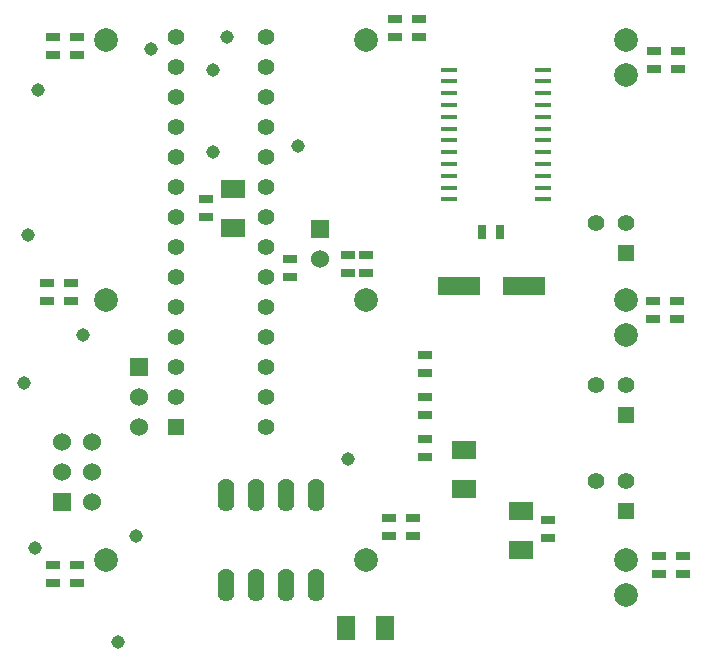
<source format=gts>
G04 (created by PCBNEW (2013-jul-07)-stable) date śro, 2 lis 2016, 23:07:26*
%MOIN*%
G04 Gerber Fmt 3.4, Leading zero omitted, Abs format*
%FSLAX34Y34*%
G01*
G70*
G90*
G04 APERTURE LIST*
%ADD10C,0.00590551*%
%ADD11R,0.055X0.055*%
%ADD12C,0.055*%
%ADD13R,0.0551X0.0138*%
%ADD14R,0.08X0.06*%
%ADD15R,0.045X0.025*%
%ADD16R,0.025X0.045*%
%ADD17C,0.0787402*%
%ADD18R,0.1417X0.063*%
%ADD19R,0.06X0.06*%
%ADD20C,0.06*%
%ADD21O,0.055X0.11*%
%ADD22R,0.06X0.08*%
%ADD23C,0.045*%
G04 APERTURE END LIST*
G54D10*
G54D11*
X64766Y-36629D03*
G54D12*
X64766Y-35629D03*
X63766Y-35629D03*
G54D11*
X64766Y-42029D03*
G54D12*
X64766Y-41029D03*
X63766Y-41029D03*
G54D11*
X64766Y-45229D03*
G54D12*
X64766Y-44229D03*
X63766Y-44229D03*
G54D13*
X62007Y-34842D03*
X62007Y-34448D03*
X62007Y-34055D03*
X62007Y-33661D03*
X62007Y-33267D03*
X62007Y-32874D03*
X62007Y-32480D03*
X62007Y-32086D03*
X62007Y-31692D03*
X62007Y-31299D03*
X62007Y-30905D03*
X62007Y-30511D03*
X58858Y-30511D03*
X58858Y-30905D03*
X58858Y-31299D03*
X58858Y-31692D03*
X58858Y-32086D03*
X58858Y-32480D03*
X58858Y-32874D03*
X58858Y-33267D03*
X58858Y-33661D03*
X58858Y-34055D03*
X58858Y-34448D03*
X58858Y-34842D03*
G54D14*
X51666Y-35779D03*
X51666Y-34479D03*
G54D15*
X58066Y-40629D03*
X58066Y-40029D03*
X58066Y-41429D03*
X58066Y-42029D03*
X58066Y-43429D03*
X58066Y-42829D03*
X50766Y-34829D03*
X50766Y-35429D03*
X53566Y-37429D03*
X53566Y-36829D03*
X56862Y-45463D03*
X56862Y-46063D03*
X46466Y-47029D03*
X46466Y-47629D03*
X57662Y-45463D03*
X57662Y-46063D03*
X45666Y-47029D03*
X45666Y-47629D03*
X46266Y-37629D03*
X46266Y-38229D03*
X65866Y-46724D03*
X65866Y-47324D03*
X45466Y-37629D03*
X45466Y-38229D03*
X66666Y-46724D03*
X66666Y-47324D03*
X66469Y-38222D03*
X66469Y-38822D03*
X56102Y-36707D03*
X56102Y-37307D03*
X65669Y-38222D03*
X65669Y-38822D03*
X55511Y-36707D03*
X55511Y-37307D03*
X46466Y-29429D03*
X46466Y-30029D03*
G54D16*
X60566Y-35929D03*
X59966Y-35929D03*
G54D15*
X66511Y-30508D03*
X66511Y-29908D03*
X65711Y-30508D03*
X65711Y-29908D03*
X45666Y-29429D03*
X45666Y-30029D03*
X57066Y-29429D03*
X57066Y-28829D03*
X57866Y-29429D03*
X57866Y-28829D03*
G54D17*
X47440Y-46850D03*
X56102Y-46850D03*
X64763Y-46850D03*
X47440Y-38188D03*
X56102Y-38188D03*
X64763Y-38188D03*
X47440Y-29527D03*
X56102Y-29527D03*
X64763Y-29527D03*
X64763Y-30708D03*
X64763Y-39370D03*
X64763Y-48031D03*
G54D12*
X49766Y-41429D03*
X49766Y-40429D03*
X49766Y-39429D03*
X49766Y-38429D03*
X49766Y-37429D03*
X49766Y-36429D03*
X49766Y-35429D03*
X49766Y-34429D03*
X49766Y-33429D03*
X49766Y-32429D03*
X49766Y-31429D03*
X49766Y-30429D03*
X49766Y-29429D03*
G54D11*
X49766Y-42429D03*
G54D12*
X52766Y-29429D03*
X52766Y-30429D03*
X52766Y-31429D03*
X52766Y-32429D03*
X52766Y-33429D03*
X52766Y-34429D03*
X52766Y-35429D03*
X52766Y-36429D03*
X52766Y-37429D03*
X52766Y-38429D03*
X52766Y-39429D03*
X52766Y-40429D03*
X52766Y-41429D03*
X52766Y-42429D03*
G54D18*
X59183Y-37729D03*
X61349Y-37729D03*
G54D19*
X48523Y-40437D03*
G54D20*
X48523Y-41437D03*
X48523Y-42437D03*
G54D19*
X45966Y-44929D03*
G54D20*
X46966Y-44929D03*
X45966Y-43929D03*
X46966Y-43929D03*
X45966Y-42929D03*
X46966Y-42929D03*
G54D21*
X51416Y-47679D03*
X52416Y-47679D03*
X53416Y-47679D03*
X54416Y-47679D03*
X54416Y-44679D03*
X53416Y-44679D03*
X52416Y-44679D03*
X51416Y-44679D03*
G54D19*
X54566Y-35829D03*
G54D20*
X54566Y-36829D03*
G54D22*
X56716Y-49129D03*
X55416Y-49129D03*
G54D14*
X59366Y-44479D03*
X59366Y-43179D03*
G54D23*
X51476Y-29429D03*
X48917Y-29822D03*
X50984Y-33267D03*
X44842Y-36023D03*
X45177Y-31200D03*
X50984Y-30511D03*
G54D15*
X62166Y-45529D03*
X62166Y-46129D03*
G54D14*
X61266Y-46529D03*
X61266Y-45229D03*
G54D23*
X45078Y-46456D03*
X47834Y-49606D03*
X46653Y-39370D03*
X48425Y-46062D03*
X53838Y-33070D03*
X44685Y-40944D03*
X55511Y-43503D03*
M02*

</source>
